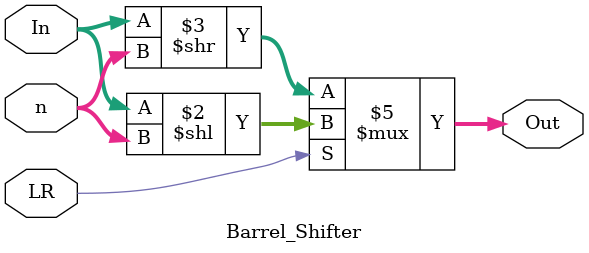
<source format=v>
`timescale 1ns / 1ps


module Barrel_Shifter(
    input [7:0]In,
    input [2:0]n,
    input LR,
    output reg [7:0]Out
    );
    
    always @(*)begin
        if(LR)
            Out = In << n;
        else 
            Out = In >> n;
    end            
    
endmodule

</source>
